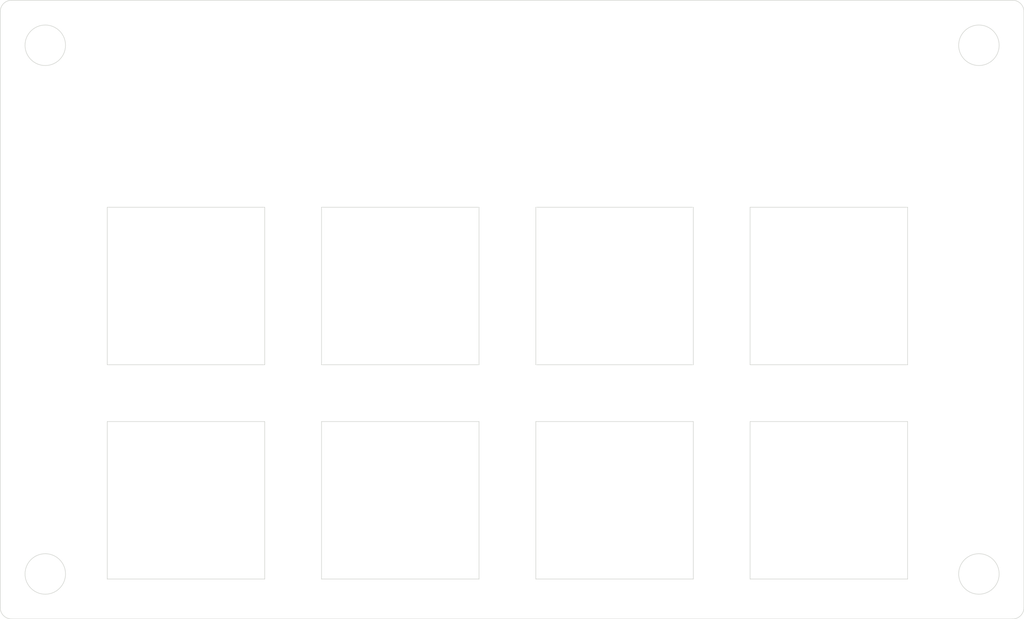
<source format=kicad_pcb>
(kicad_pcb (version 20171130) (host pcbnew "(5.1.6)-1")

  (general
    (thickness 1.6)
    (drawings 44)
    (tracks 0)
    (zones 0)
    (modules 0)
    (nets 1)
  )

  (page A4)
  (layers
    (0 F.Cu signal)
    (31 B.Cu signal)
    (32 B.Adhes user)
    (33 F.Adhes user)
    (34 B.Paste user)
    (35 F.Paste user)
    (36 B.SilkS user)
    (37 F.SilkS user)
    (38 B.Mask user)
    (39 F.Mask user)
    (40 Dwgs.User user)
    (41 Cmts.User user)
    (42 Eco1.User user)
    (43 Eco2.User user)
    (44 Edge.Cuts user)
    (45 Margin user)
    (46 B.CrtYd user)
    (47 F.CrtYd user)
    (48 B.Fab user)
    (49 F.Fab user)
  )

  (setup
    (last_trace_width 0.25)
    (trace_clearance 0.2)
    (zone_clearance 0.508)
    (zone_45_only no)
    (trace_min 0.2)
    (via_size 0.8)
    (via_drill 0.4)
    (via_min_size 0.4)
    (via_min_drill 0.3)
    (uvia_size 0.3)
    (uvia_drill 0.1)
    (uvias_allowed no)
    (uvia_min_size 0.2)
    (uvia_min_drill 0.1)
    (edge_width 0.05)
    (segment_width 0.2)
    (pcb_text_width 0.3)
    (pcb_text_size 1.5 1.5)
    (mod_edge_width 0.12)
    (mod_text_size 1 1)
    (mod_text_width 0.15)
    (pad_size 1.524 1.524)
    (pad_drill 0.762)
    (pad_to_mask_clearance 0.05)
    (aux_axis_origin 0 0)
    (visible_elements 7FFFFFFF)
    (pcbplotparams
      (layerselection 0x01000_7ffffffe)
      (usegerberextensions false)
      (usegerberattributes true)
      (usegerberadvancedattributes true)
      (creategerberjobfile true)
      (excludeedgelayer true)
      (linewidth 0.100000)
      (plotframeref false)
      (viasonmask false)
      (mode 1)
      (useauxorigin false)
      (hpglpennumber 1)
      (hpglpenspeed 20)
      (hpglpendiameter 15.000000)
      (psnegative false)
      (psa4output false)
      (plotreference true)
      (plotvalue true)
      (plotinvisibletext false)
      (padsonsilk false)
      (subtractmaskfromsilk false)
      (outputformat 3)
      (mirror false)
      (drillshape 0)
      (scaleselection 1)
      (outputdirectory "dxf/"))
  )

  (net 0 "")

  (net_class Default "This is the default net class."
    (clearance 0.2)
    (trace_width 0.25)
    (via_dia 0.8)
    (via_drill 0.4)
    (uvia_dia 0.3)
    (uvia_drill 0.1)
  )

  (gr_line (start 90 0) (end 1 0) (layer Edge.Cuts) (width 0.05) (tstamp 60AD7B44))
  (gr_line (start 91 54) (end 91 1) (layer Edge.Cuts) (width 0.05) (tstamp 60AD7B43))
  (gr_line (start 1 55) (end 90 55) (layer Edge.Cuts) (width 0.05) (tstamp 60AD7B42))
  (gr_line (start 0 1) (end 0 54) (layer Edge.Cuts) (width 0.05) (tstamp 60AD7B41))
  (gr_arc (start 90 1) (end 91 1) (angle -90) (layer Edge.Cuts) (width 0.05))
  (gr_arc (start 90 54) (end 90 55) (angle -90) (layer Edge.Cuts) (width 0.05))
  (gr_arc (start 1 54) (end 0 54) (angle -90) (layer Edge.Cuts) (width 0.05))
  (gr_arc (start 1 1) (end 1 0) (angle -90) (layer Edge.Cuts) (width 0.05))
  (gr_circle (center 4 51) (end 5.8 51) (layer Edge.Cuts) (width 0.05) (tstamp 60AD7B3F))
  (gr_circle (center 87 51) (end 88.8 51) (layer Edge.Cuts) (width 0.05) (tstamp 60AD7B3D))
  (gr_circle (center 87 4) (end 88.8 4) (layer Edge.Cuts) (width 0.05) (tstamp 60AD7B37))
  (gr_circle (center 4 4) (end 5.8 4) (layer Edge.Cuts) (width 0.05))
  (gr_line (start 42.56 37.45) (end 42.56 51.45) (layer Edge.Cuts) (width 0.05) (tstamp 60AD7AFB))
  (gr_line (start 28.56 51.45) (end 28.56 37.45) (layer Edge.Cuts) (width 0.05) (tstamp 60AD7AF9))
  (gr_line (start 66.66 37.45) (end 80.66 37.45) (layer Edge.Cuts) (width 0.05) (tstamp 60AD7AF8))
  (gr_line (start 80.66 51.45) (end 66.66 51.45) (layer Edge.Cuts) (width 0.05) (tstamp 60AD7AF6))
  (gr_line (start 66.66 51.45) (end 66.66 37.45) (layer Edge.Cuts) (width 0.05) (tstamp 60AD7AF5))
  (gr_line (start 80.66 37.45) (end 80.66 51.45) (layer Edge.Cuts) (width 0.05) (tstamp 60AD7AF3))
  (gr_line (start 61.61 37.45) (end 61.61 51.45) (layer Edge.Cuts) (width 0.05) (tstamp 60AD7AF2))
  (gr_line (start 47.61 37.45) (end 61.61 37.45) (layer Edge.Cuts) (width 0.05) (tstamp 60AD7AF1))
  (gr_line (start 61.61 51.45) (end 47.61 51.45) (layer Edge.Cuts) (width 0.05) (tstamp 60AD7AF0))
  (gr_line (start 47.61 51.45) (end 47.61 37.45) (layer Edge.Cuts) (width 0.05) (tstamp 60AD7AEF))
  (gr_line (start 28.56 37.45) (end 42.56 37.45) (layer Edge.Cuts) (width 0.05) (tstamp 60AD7AEC))
  (gr_line (start 42.56 51.45) (end 28.56 51.45) (layer Edge.Cuts) (width 0.05) (tstamp 60AD7AEA))
  (gr_line (start 9.51 37.45) (end 23.51 37.45) (layer Edge.Cuts) (width 0.05) (tstamp 60AD7AE8))
  (gr_line (start 23.51 51.45) (end 9.51 51.45) (layer Edge.Cuts) (width 0.05) (tstamp 60AD7AE7))
  (gr_line (start 23.51 37.45) (end 23.51 51.45) (layer Edge.Cuts) (width 0.05) (tstamp 60AD7AE6))
  (gr_line (start 9.51 51.45) (end 9.51 37.45) (layer Edge.Cuts) (width 0.05) (tstamp 60AD7AE4))
  (gr_line (start 80.66 18.4) (end 80.66 32.4) (layer Edge.Cuts) (width 0.05) (tstamp 60AD7ADD))
  (gr_line (start 66.66 18.4) (end 80.66 18.4) (layer Edge.Cuts) (width 0.05) (tstamp 60AD7ADC))
  (gr_line (start 80.66 32.4) (end 66.66 32.4) (layer Edge.Cuts) (width 0.05) (tstamp 60AD7ADB))
  (gr_line (start 66.66 32.4) (end 66.66 18.4) (layer Edge.Cuts) (width 0.05) (tstamp 60AD7ADA))
  (gr_line (start 61.61 18.4) (end 61.61 32.4) (layer Edge.Cuts) (width 0.05) (tstamp 60AD7ACA))
  (gr_line (start 47.61 32.4) (end 47.61 18.4) (layer Edge.Cuts) (width 0.05) (tstamp 60AD7AC8))
  (gr_line (start 47.61 18.4) (end 61.61 18.4) (layer Edge.Cuts) (width 0.05) (tstamp 60AD7AC7))
  (gr_line (start 61.61 32.4) (end 47.61 32.4) (layer Edge.Cuts) (width 0.05) (tstamp 60AD7AC5))
  (gr_line (start 28.56 18.4) (end 42.56 18.4) (layer Edge.Cuts) (width 0.05) (tstamp 60AD7AB0))
  (gr_line (start 42.56 32.4) (end 28.56 32.4) (layer Edge.Cuts) (width 0.05) (tstamp 60AD7AAF))
  (gr_line (start 42.56 18.4) (end 42.56 32.4) (layer Edge.Cuts) (width 0.05) (tstamp 60AD7AAE))
  (gr_line (start 28.56 32.4) (end 28.56 18.4) (layer Edge.Cuts) (width 0.05) (tstamp 60AD7AAC))
  (gr_line (start 9.51 32.4) (end 9.51 18.4) (layer Edge.Cuts) (width 0.05) (tstamp 60AD1BC4))
  (gr_line (start 23.51 32.4) (end 9.51 32.4) (layer Edge.Cuts) (width 0.05))
  (gr_line (start 23.51 18.4) (end 23.51 32.4) (layer Edge.Cuts) (width 0.05))
  (gr_line (start 9.51 18.4) (end 23.51 18.4) (layer Edge.Cuts) (width 0.05))

)

</source>
